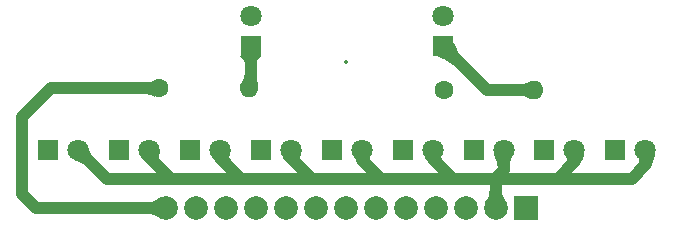
<source format=gtl>
%TF.GenerationSoftware,KiCad,Pcbnew,8.0.1*%
%TF.CreationDate,2024-08-23T15:17:34+02:00*%
%TF.ProjectId,BMW_E30_VFL_SI_Indicator_LED,424d575f-4533-4305-9f56-464c5f53495f,rev?*%
%TF.SameCoordinates,Original*%
%TF.FileFunction,Copper,L1,Top*%
%TF.FilePolarity,Positive*%
%FSLAX46Y46*%
G04 Gerber Fmt 4.6, Leading zero omitted, Abs format (unit mm)*
G04 Created by KiCad (PCBNEW 8.0.1) date 2024-08-23 15:17:34*
%MOMM*%
%LPD*%
G01*
G04 APERTURE LIST*
%TA.AperFunction,ComponentPad*%
%ADD10R,1.800000X1.800000*%
%TD*%
%TA.AperFunction,ComponentPad*%
%ADD11C,1.800000*%
%TD*%
%TA.AperFunction,ComponentPad*%
%ADD12R,2.000000X2.000000*%
%TD*%
%TA.AperFunction,ComponentPad*%
%ADD13C,2.000000*%
%TD*%
%TA.AperFunction,ComponentPad*%
%ADD14C,1.600000*%
%TD*%
%TA.AperFunction,ComponentPad*%
%ADD15O,1.600000X1.600000*%
%TD*%
%TA.AperFunction,Conductor*%
%ADD16C,1.000000*%
%TD*%
%TA.AperFunction,Conductor*%
%ADD17C,1.300000*%
%TD*%
%TA.AperFunction,Conductor*%
%ADD18C,0.600000*%
%TD*%
%ADD19C,0.350000*%
G04 APERTURE END LIST*
D10*
%TO.P,D5,1,K*%
%TO.N,Net-(D5-K)*%
X149125000Y-85500000D03*
D11*
%TO.P,D5,2,A*%
%TO.N,Net-(D1-A)*%
X151665000Y-85500000D03*
%TD*%
D10*
%TO.P,D9,1,K*%
%TO.N,Net-(D9-K)*%
X125125000Y-85500000D03*
D11*
%TO.P,D9,2,A*%
%TO.N,Net-(D1-A)*%
X127665000Y-85500000D03*
%TD*%
D10*
%TO.P,D11,1,K*%
%TO.N,Net-(D11-K)*%
X142250000Y-76650000D03*
D11*
%TO.P,D11,2,A*%
%TO.N,Net-(D10-A)*%
X142250000Y-74110000D03*
%TD*%
D10*
%TO.P,D1,1,K*%
%TO.N,Net-(D1-K)*%
X173125000Y-85500000D03*
D11*
%TO.P,D1,2,A*%
%TO.N,Net-(D1-A)*%
X175665000Y-85500000D03*
%TD*%
D10*
%TO.P,D4,1,K*%
%TO.N,Net-(D4-K)*%
X155125000Y-85500000D03*
D11*
%TO.P,D4,2,A*%
%TO.N,Net-(D1-A)*%
X157665000Y-85500000D03*
%TD*%
D10*
%TO.P,D10,1,K*%
%TO.N,Net-(D10-K)*%
X158525000Y-76675000D03*
D11*
%TO.P,D10,2,A*%
%TO.N,Net-(D10-A)*%
X158525000Y-74135000D03*
%TD*%
D10*
%TO.P,D6,1,K*%
%TO.N,Net-(D6-K)*%
X143125000Y-85500000D03*
D11*
%TO.P,D6,2,A*%
%TO.N,Net-(D1-A)*%
X145665000Y-85500000D03*
%TD*%
D10*
%TO.P,D7,1,K*%
%TO.N,Net-(D7-K)*%
X137125000Y-85500000D03*
D11*
%TO.P,D7,2,A*%
%TO.N,Net-(D1-A)*%
X139665000Y-85500000D03*
%TD*%
D10*
%TO.P,D8,1,K*%
%TO.N,Net-(D8-K)*%
X131125000Y-85500000D03*
D11*
%TO.P,D8,2,A*%
%TO.N,Net-(D1-A)*%
X133665000Y-85500000D03*
%TD*%
D10*
%TO.P,D3,1,K*%
%TO.N,Net-(D3-K)*%
X161125000Y-85500000D03*
D11*
%TO.P,D3,2,A*%
%TO.N,Net-(D1-A)*%
X163665000Y-85500000D03*
%TD*%
D12*
%TO.P,J1,1,GND_BULB*%
%TO.N,Net-(D10-A)*%
X165540000Y-90360000D03*
D13*
%TO.P,J1,2,GND_LED*%
%TO.N,Net-(D1-A)*%
X163000000Y-90360000D03*
%TO.P,J1,3,LED_R3*%
%TO.N,Net-(D1-K)*%
X160460000Y-90360000D03*
%TO.P,J1,4,LED_R2*%
%TO.N,Net-(D2-K)*%
X157920000Y-90360000D03*
%TO.P,J1,5,LED_R1*%
%TO.N,Net-(D3-K)*%
X155380000Y-90360000D03*
%TO.P,J1,6,LED_Y*%
%TO.N,Net-(D4-K)*%
X152840000Y-90360000D03*
%TO.P,J1,7,LED_G5*%
%TO.N,Net-(D5-K)*%
X150300000Y-90360000D03*
%TO.P,J1,8,LED_G4*%
%TO.N,Net-(D6-K)*%
X147760000Y-90360000D03*
%TO.P,J1,9,LED_G3*%
%TO.N,Net-(D7-K)*%
X145220000Y-90360000D03*
%TO.P,J1,10,LED_G2*%
%TO.N,Net-(D8-K)*%
X142680000Y-90360000D03*
%TO.P,J1,11,LED_G1*%
%TO.N,Net-(D9-K)*%
X140140000Y-90360000D03*
%TO.P,J1,12,BULB_INSPECTION*%
%TO.N,Net-(J1-BULB_INSPECTION)*%
X137600000Y-90360000D03*
%TO.P,J1,13,BULB_OILSERVICE*%
%TO.N,Net-(J1-BULB_OILSERVICE)*%
X135060000Y-90360000D03*
%TD*%
D10*
%TO.P,D2,1,K*%
%TO.N,Net-(D2-K)*%
X167125000Y-85500000D03*
D11*
%TO.P,D2,2,A*%
%TO.N,Net-(D1-A)*%
X169665000Y-85500000D03*
%TD*%
D14*
%TO.P,R2,1*%
%TO.N,Net-(J1-BULB_INSPECTION)*%
X158640000Y-80400000D03*
D15*
%TO.P,R2,2*%
%TO.N,Net-(D10-K)*%
X166260000Y-80400000D03*
%TD*%
D14*
%TO.P,R1,1*%
%TO.N,Net-(J1-BULB_OILSERVICE)*%
X134490000Y-80250000D03*
D15*
%TO.P,R1,2*%
%TO.N,Net-(D11-K)*%
X142110000Y-80250000D03*
%TD*%
D16*
%TO.N,Net-(D1-A)*%
X153265000Y-87902000D02*
X162917000Y-87902000D01*
D17*
X127665000Y-85500000D02*
X127665000Y-85515000D01*
D16*
X141454000Y-87902000D02*
X142470000Y-87902000D01*
X145665000Y-86144000D02*
X147423000Y-87902000D01*
X135485000Y-87902000D02*
X136501000Y-87902000D01*
X139665000Y-86113000D02*
X141454000Y-87902000D01*
X151665000Y-86302000D02*
X153265000Y-87902000D01*
X157665000Y-86206000D02*
X159361000Y-87902000D01*
X147423000Y-87902000D02*
X148439000Y-87902000D01*
X133665000Y-86082000D02*
X135485000Y-87902000D01*
X127665000Y-85500000D02*
X130067000Y-87902000D01*
X133665000Y-85500000D02*
X133665000Y-86082000D01*
X163665000Y-85500000D02*
X163665000Y-87154000D01*
D17*
X145665000Y-85500000D02*
X145665000Y-85515000D01*
D16*
X175665000Y-86772792D02*
X174535792Y-87902000D01*
D17*
X139665000Y-85500000D02*
X139720000Y-85500000D01*
D16*
X151665000Y-85500000D02*
X151665000Y-86302000D01*
D17*
X151665000Y-85500000D02*
X151665000Y-85515000D01*
D16*
X139665000Y-85500000D02*
X139665000Y-86113000D01*
X136501000Y-87902000D02*
X142470000Y-87902000D01*
X163665000Y-87154000D02*
X162917000Y-87902000D01*
X130067000Y-87902000D02*
X136501000Y-87902000D01*
X157665000Y-85500000D02*
X157665000Y-86206000D01*
X163000000Y-87985000D02*
X163000000Y-90360000D01*
X174535792Y-87902000D02*
X168251000Y-87902000D01*
X175665000Y-85500000D02*
X175665000Y-86772792D01*
D17*
X133665000Y-85500000D02*
X133665000Y-85765000D01*
D16*
X169665000Y-85500000D02*
X169665000Y-86488000D01*
X142470000Y-87902000D02*
X148439000Y-87902000D01*
X148439000Y-87902000D02*
X153265000Y-87902000D01*
X145665000Y-85500000D02*
X145665000Y-86144000D01*
X168251000Y-87902000D02*
X162917000Y-87902000D01*
X162917000Y-87902000D02*
X163000000Y-87985000D01*
X169665000Y-86488000D02*
X168251000Y-87902000D01*
%TO.N,Net-(J1-BULB_OILSERVICE)*%
X124100000Y-90360000D02*
X135060000Y-90360000D01*
X134490000Y-80250000D02*
X125350000Y-80250000D01*
X125350000Y-80250000D02*
X122900000Y-82700000D01*
X122900000Y-82700000D02*
X122900000Y-89160000D01*
X122900000Y-89160000D02*
X124100000Y-90360000D01*
%TO.N,Net-(D10-K)*%
X162250000Y-80400000D02*
X166260000Y-80400000D01*
X158525000Y-76675000D02*
X162250000Y-80400000D01*
D18*
%TO.N,Net-(D11-K)*%
X142250000Y-80110000D02*
X142110000Y-80250000D01*
D16*
X142250000Y-76650000D02*
X142250000Y-80110000D01*
%TD*%
%TA.AperFunction,Conductor*%
%TO.N,Net-(D11-K)*%
G36*
X142747181Y-79001275D02*
G01*
X142750591Y-79008925D01*
X142766639Y-79309840D01*
X142785707Y-79415394D01*
X142806320Y-79529493D01*
X142830703Y-79626730D01*
X142853584Y-79717974D01*
X142853749Y-79718740D01*
X142893230Y-79937282D01*
X142893399Y-79938739D01*
X142909343Y-80237692D01*
X142906362Y-80246136D01*
X142898283Y-80249998D01*
X142897675Y-80250015D01*
X142112341Y-80250997D01*
X142107837Y-80250101D01*
X141382449Y-79948654D01*
X141376124Y-79942315D01*
X141376135Y-79933360D01*
X141376459Y-79932647D01*
X141484906Y-79714204D01*
X141485570Y-79713040D01*
X141588581Y-79554237D01*
X141672716Y-79415390D01*
X141729293Y-79246711D01*
X141749107Y-79008577D01*
X141753208Y-79000617D01*
X141760767Y-78997848D01*
X142738908Y-78997848D01*
X142747181Y-79001275D01*
G37*
%TD.AperFunction*%
%TD*%
%TA.AperFunction,Conductor*%
%TO.N,Net-(D11-K)*%
G36*
X142258268Y-76657277D02*
G01*
X143140591Y-77540580D01*
X143144013Y-77548855D01*
X143140582Y-77557127D01*
X143139450Y-77558120D01*
X143070000Y-77611580D01*
X142989997Y-77692373D01*
X142909998Y-77792371D01*
X142829998Y-77911581D01*
X142753378Y-78044155D01*
X142746271Y-78049603D01*
X142743248Y-78050000D01*
X141756752Y-78050000D01*
X141748479Y-78046573D01*
X141746622Y-78044155D01*
X141670000Y-77911581D01*
X141590000Y-77792371D01*
X141510001Y-77692373D01*
X141429998Y-77611580D01*
X141360549Y-77558120D01*
X141356084Y-77550358D01*
X141358415Y-77541712D01*
X141359396Y-77540592D01*
X142241722Y-76657286D01*
X142249994Y-76653856D01*
X142258268Y-76657277D01*
G37*
%TD.AperFunction*%
%TD*%
%TA.AperFunction,Conductor*%
%TO.N,Net-(D10-K)*%
G36*
X159423623Y-76306485D02*
G01*
X159429734Y-76312336D01*
X159566412Y-76604749D01*
X159600776Y-76672437D01*
X159707842Y-76883324D01*
X159849263Y-77137883D01*
X159849270Y-77137894D01*
X159849272Y-77137898D01*
X159990670Y-77368420D01*
X159990676Y-77368429D01*
X160126618Y-77566985D01*
X160128464Y-77575748D01*
X160125237Y-77581868D01*
X159432147Y-78274958D01*
X159423874Y-78278385D01*
X159416890Y-78276071D01*
X159170441Y-78092684D01*
X158915883Y-77927263D01*
X158661324Y-77785842D01*
X158549027Y-77734042D01*
X158406769Y-77668422D01*
X158406766Y-77668421D01*
X158163640Y-77579195D01*
X158157054Y-77573127D01*
X158156687Y-77564180D01*
X158156842Y-77563782D01*
X158522438Y-76678782D01*
X158528762Y-76672446D01*
X159414668Y-76306476D01*
X159423623Y-76306485D01*
G37*
%TD.AperFunction*%
%TD*%
%TA.AperFunction,Conductor*%
%TO.N,Net-(D10-K)*%
G36*
X165958342Y-79671699D02*
G01*
X166041204Y-79871094D01*
X166259134Y-80395510D01*
X166259144Y-80404463D01*
X166259135Y-80404485D01*
X166259134Y-80404490D01*
X165958385Y-81128198D01*
X165952046Y-81134523D01*
X165943091Y-81134512D01*
X165942990Y-81134470D01*
X165722811Y-81040550D01*
X165555349Y-80972050D01*
X165555345Y-80972049D01*
X165405998Y-80928906D01*
X165405991Y-80928905D01*
X165405990Y-80928904D01*
X165405987Y-80928904D01*
X165289578Y-80914104D01*
X165229346Y-80906446D01*
X164991398Y-80900294D01*
X164983216Y-80896655D01*
X164980000Y-80888598D01*
X164980000Y-79911401D01*
X164983427Y-79903128D01*
X164991397Y-79899705D01*
X165229344Y-79893552D01*
X165405987Y-79871094D01*
X165405996Y-79871091D01*
X165405998Y-79871091D01*
X165435841Y-79862469D01*
X165555344Y-79827949D01*
X165722827Y-79759442D01*
X165942991Y-79665528D01*
X165951945Y-79665435D01*
X165958342Y-79671699D01*
G37*
%TD.AperFunction*%
%TD*%
%TA.AperFunction,Conductor*%
%TO.N,Net-(J1-BULB_OILSERVICE)*%
G36*
X134188342Y-79521699D02*
G01*
X134271204Y-79721094D01*
X134489134Y-80245510D01*
X134489144Y-80254463D01*
X134489135Y-80254485D01*
X134489134Y-80254490D01*
X134188385Y-80978198D01*
X134182046Y-80984523D01*
X134173091Y-80984512D01*
X134172990Y-80984470D01*
X133952811Y-80890550D01*
X133785349Y-80822050D01*
X133785345Y-80822049D01*
X133635998Y-80778906D01*
X133635991Y-80778905D01*
X133635990Y-80778904D01*
X133635987Y-80778904D01*
X133519578Y-80764104D01*
X133459346Y-80756446D01*
X133221398Y-80750294D01*
X133213216Y-80746655D01*
X133210000Y-80738598D01*
X133210000Y-79761401D01*
X133213427Y-79753128D01*
X133221397Y-79749705D01*
X133459344Y-79743552D01*
X133635987Y-79721094D01*
X133635996Y-79721091D01*
X133635998Y-79721091D01*
X133665841Y-79712469D01*
X133785344Y-79677949D01*
X133952827Y-79609442D01*
X134172991Y-79515528D01*
X134181945Y-79515435D01*
X134188342Y-79521699D01*
G37*
%TD.AperFunction*%
%TD*%
%TA.AperFunction,Conductor*%
%TO.N,Net-(J1-BULB_OILSERVICE)*%
G36*
X134681794Y-89446953D02*
G01*
X134682080Y-89447589D01*
X135059136Y-90355513D01*
X135059145Y-90364467D01*
X135059136Y-90364487D01*
X134682080Y-91272410D01*
X134675742Y-91278737D01*
X134666788Y-91278728D01*
X134666152Y-91278442D01*
X134407008Y-91152240D01*
X134406004Y-91151688D01*
X134217624Y-91035891D01*
X134052437Y-90943352D01*
X133852647Y-90882131D01*
X133570818Y-90860818D01*
X133562827Y-90856777D01*
X133560000Y-90849151D01*
X133560000Y-89870848D01*
X133563427Y-89862575D01*
X133570815Y-89859182D01*
X133852649Y-89837867D01*
X134052435Y-89776647D01*
X134052437Y-89776646D01*
X134217624Y-89684107D01*
X134253658Y-89661956D01*
X134406014Y-89568304D01*
X134406997Y-89567763D01*
X134666152Y-89441556D01*
X134675091Y-89441016D01*
X134681794Y-89446953D01*
G37*
%TD.AperFunction*%
%TD*%
%TA.AperFunction,Conductor*%
%TO.N,Net-(D1-A)*%
G36*
X170484225Y-85839319D02*
G01*
X170485838Y-85839989D01*
X170492164Y-85846328D01*
X170492217Y-85855129D01*
X170357172Y-86193644D01*
X170357133Y-86193740D01*
X170254697Y-86444055D01*
X170254181Y-86445151D01*
X170144949Y-86648965D01*
X170143951Y-86650519D01*
X169983772Y-86861199D01*
X169982963Y-86862152D01*
X169735491Y-87124130D01*
X169727319Y-87127791D01*
X169718952Y-87124601D01*
X169718713Y-87124369D01*
X169026785Y-86432441D01*
X169023358Y-86424168D01*
X169025214Y-86417844D01*
X169094821Y-86309495D01*
X169081334Y-86209109D01*
X169070693Y-86193740D01*
X169011840Y-86108734D01*
X169011829Y-86108719D01*
X168919071Y-85993169D01*
X168918048Y-85991670D01*
X168840129Y-85855948D01*
X168838983Y-85847070D01*
X168844452Y-85839979D01*
X168845789Y-85839321D01*
X169661221Y-85501152D01*
X169670175Y-85501149D01*
X170484225Y-85839319D01*
G37*
%TD.AperFunction*%
%TD*%
%TA.AperFunction,Conductor*%
%TO.N,Net-(D1-A)*%
G36*
X176486457Y-85840246D02*
G01*
X176492783Y-85846585D01*
X176493076Y-85854729D01*
X176378732Y-86200070D01*
X176325073Y-86472299D01*
X176325014Y-86472579D01*
X176273744Y-86702852D01*
X176272884Y-86705346D01*
X176162609Y-86936540D01*
X176161016Y-86939019D01*
X175936809Y-87206504D01*
X175928868Y-87210643D01*
X175920326Y-87207955D01*
X175919569Y-87207261D01*
X175227765Y-86515457D01*
X175224338Y-86507184D01*
X175225834Y-86501459D01*
X175299784Y-86369686D01*
X175299783Y-86369685D01*
X175299784Y-86369685D01*
X175244902Y-86260027D01*
X175244901Y-86260026D01*
X175112151Y-86153700D01*
X175111973Y-86153554D01*
X174957783Y-86024999D01*
X174955623Y-86022626D01*
X174841659Y-85856310D01*
X174839810Y-85847549D01*
X174844698Y-85840045D01*
X174846824Y-85838892D01*
X175661221Y-85501152D01*
X175670175Y-85501149D01*
X176486457Y-85840246D01*
G37*
%TD.AperFunction*%
%TD*%
%TA.AperFunction,Conductor*%
%TO.N,Net-(D1-A)*%
G36*
X163497424Y-88863427D02*
G01*
X163500818Y-88870818D01*
X163522131Y-89152647D01*
X163583352Y-89352437D01*
X163675891Y-89517624D01*
X163791688Y-89706004D01*
X163792240Y-89707008D01*
X163918442Y-89966152D01*
X163918983Y-89975091D01*
X163913046Y-89981794D01*
X163912410Y-89982080D01*
X163004487Y-90359136D01*
X162995533Y-90359145D01*
X162995513Y-90359136D01*
X162087589Y-89982080D01*
X162081262Y-89975742D01*
X162081271Y-89966788D01*
X162081557Y-89966152D01*
X162207763Y-89706997D01*
X162208304Y-89706014D01*
X162324105Y-89517627D01*
X162416647Y-89352435D01*
X162477867Y-89152649D01*
X162499182Y-88870818D01*
X162503223Y-88862826D01*
X162510849Y-88860000D01*
X163489151Y-88860000D01*
X163497424Y-88863427D01*
G37*
%TD.AperFunction*%
%TD*%
%TA.AperFunction,Conductor*%
%TO.N,Net-(D1-A)*%
G36*
X164485296Y-85839764D02*
G01*
X164491621Y-85846102D01*
X164491612Y-85855056D01*
X164491446Y-85855437D01*
X164380830Y-86097111D01*
X164380602Y-86097581D01*
X164288357Y-86277437D01*
X164288341Y-86277470D01*
X164220715Y-86436640D01*
X164220712Y-86436649D01*
X164179151Y-86626850D01*
X164179149Y-86626864D01*
X164165575Y-86888905D01*
X164161725Y-86896990D01*
X164153891Y-86900000D01*
X163176109Y-86900000D01*
X163167836Y-86896573D01*
X163164425Y-86888905D01*
X163150849Y-86626864D01*
X163150848Y-86626859D01*
X163150848Y-86626853D01*
X163109284Y-86436644D01*
X163083979Y-86377084D01*
X163041657Y-86277470D01*
X163041652Y-86277461D01*
X163041648Y-86277450D01*
X162949386Y-86097562D01*
X162949176Y-86097130D01*
X162838553Y-85855437D01*
X162838226Y-85846488D01*
X162844323Y-85839929D01*
X162844654Y-85839784D01*
X163660512Y-85500863D01*
X163669465Y-85500855D01*
X164485296Y-85839764D01*
G37*
%TD.AperFunction*%
%TD*%
%TA.AperFunction,Conductor*%
%TO.N,Net-(D1-A)*%
G36*
X128494241Y-85160221D02*
G01*
X128500567Y-85166560D01*
X128500719Y-85166947D01*
X128593389Y-85416050D01*
X128593560Y-85416543D01*
X128655517Y-85608968D01*
X128655519Y-85608973D01*
X128704071Y-85729258D01*
X128720256Y-85769357D01*
X128825364Y-85933245D01*
X128825365Y-85933246D01*
X129001063Y-86128144D01*
X129004057Y-86136583D01*
X129000646Y-86144251D01*
X128309251Y-86835646D01*
X128300978Y-86839073D01*
X128293144Y-86836063D01*
X128098245Y-86660364D01*
X127934357Y-86555256D01*
X127894258Y-86539071D01*
X127773973Y-86490519D01*
X127773968Y-86490517D01*
X127581543Y-86428560D01*
X127581050Y-86428389D01*
X127331947Y-86335719D01*
X127325387Y-86329622D01*
X127325060Y-86320674D01*
X127325196Y-86320326D01*
X127662438Y-85503783D01*
X127668761Y-85497447D01*
X128485288Y-85160212D01*
X128494241Y-85160221D01*
G37*
%TD.AperFunction*%
%TD*%
%TA.AperFunction,Conductor*%
%TO.N,Net-(D1-A)*%
G36*
X134552135Y-85499989D02*
G01*
X134560404Y-85503422D01*
X134563824Y-85511698D01*
X134563771Y-85512806D01*
X134543735Y-85721753D01*
X134543490Y-85723261D01*
X134503880Y-85895324D01*
X134482006Y-86041581D01*
X134482006Y-86041583D01*
X134514378Y-86184497D01*
X134514379Y-86184499D01*
X134631207Y-86339116D01*
X134633460Y-86347782D01*
X134630145Y-86354442D01*
X133938545Y-87046042D01*
X133930272Y-87049469D01*
X133921999Y-87046042D01*
X133921968Y-87046011D01*
X133705502Y-86827912D01*
X133705429Y-86827838D01*
X133547356Y-86665719D01*
X133547356Y-86665718D01*
X133547316Y-86665678D01*
X133411507Y-86525040D01*
X133411507Y-86525041D01*
X133253353Y-86362840D01*
X133036805Y-86144659D01*
X133033409Y-86136373D01*
X133036825Y-86128155D01*
X133660862Y-85502730D01*
X133669127Y-85499296D01*
X134552135Y-85499989D01*
G37*
%TD.AperFunction*%
%TD*%
%TA.AperFunction,Conductor*%
%TO.N,Net-(D1-A)*%
G36*
X158551508Y-85499989D02*
G01*
X158559779Y-85503422D01*
X158563199Y-85511698D01*
X158563080Y-85513354D01*
X158532475Y-85726243D01*
X158531844Y-85728699D01*
X158465634Y-85904626D01*
X158412230Y-86054750D01*
X158412229Y-86054755D01*
X158419257Y-86201350D01*
X158509622Y-86332538D01*
X158528161Y-86359454D01*
X158528393Y-86359790D01*
X158530264Y-86368547D01*
X158527031Y-86374700D01*
X157835370Y-87066361D01*
X157827097Y-87069788D01*
X157818824Y-87066361D01*
X157818549Y-87066077D01*
X157618655Y-86852191D01*
X157618064Y-86851505D01*
X157483252Y-86682002D01*
X157482987Y-86681653D01*
X157372299Y-86529481D01*
X157237069Y-86359454D01*
X157036317Y-86144649D01*
X157033173Y-86136266D01*
X157036583Y-86128399D01*
X157660862Y-85502730D01*
X157669127Y-85499296D01*
X158551508Y-85499989D01*
G37*
%TD.AperFunction*%
%TD*%
%TA.AperFunction,Conductor*%
%TO.N,Net-(D1-A)*%
G36*
X152551022Y-85499989D02*
G01*
X152559293Y-85503422D01*
X152562713Y-85511698D01*
X152562529Y-85513757D01*
X152523495Y-85731088D01*
X152522490Y-85734158D01*
X152435237Y-85912652D01*
X152435130Y-85912866D01*
X152356930Y-86064881D01*
X152344480Y-86213659D01*
X152448746Y-86375808D01*
X152450338Y-86384620D01*
X152447178Y-86390409D01*
X151755515Y-87082072D01*
X151747242Y-87085499D01*
X151738969Y-87082072D01*
X151738497Y-87081571D01*
X151550971Y-86870568D01*
X151549986Y-86869292D01*
X151433382Y-86694423D01*
X151432931Y-86693689D01*
X151342204Y-86533183D01*
X151342187Y-86533156D01*
X151224916Y-86357285D01*
X151224914Y-86357283D01*
X151224912Y-86357280D01*
X151035922Y-86144630D01*
X151032988Y-86136172D01*
X151036385Y-86128597D01*
X151660862Y-85502730D01*
X151669127Y-85499296D01*
X152551022Y-85499989D01*
G37*
%TD.AperFunction*%
%TD*%
%TA.AperFunction,Conductor*%
%TO.N,Net-(D1-A)*%
G36*
X140551980Y-85499989D02*
G01*
X140560250Y-85503422D01*
X140563670Y-85511698D01*
X140563602Y-85512945D01*
X140540957Y-85722680D01*
X140540629Y-85724441D01*
X140494439Y-85897514D01*
X140494439Y-85897515D01*
X140464742Y-86044889D01*
X140464742Y-86044890D01*
X140490757Y-86188811D01*
X140490760Y-86188817D01*
X140605510Y-86344282D01*
X140607666Y-86352973D01*
X140604370Y-86359503D01*
X139912748Y-87051125D01*
X139904475Y-87054552D01*
X139896202Y-87051125D01*
X139896111Y-87051033D01*
X139683851Y-86834039D01*
X139683659Y-86833838D01*
X139531394Y-86669850D01*
X139531282Y-86669728D01*
X139518639Y-86655720D01*
X139401659Y-86526106D01*
X139249248Y-86361961D01*
X139249241Y-86361953D01*
X139036686Y-86144658D01*
X139033351Y-86136348D01*
X139036767Y-86128214D01*
X139660862Y-85502730D01*
X139669127Y-85499296D01*
X140551980Y-85499989D01*
G37*
%TD.AperFunction*%
%TD*%
%TA.AperFunction,Conductor*%
%TO.N,Net-(D1-A)*%
G36*
X146551823Y-85499989D02*
G01*
X146560093Y-85503422D01*
X146563513Y-85511698D01*
X146563430Y-85513083D01*
X146538153Y-85723742D01*
X146537732Y-85725745D01*
X146484924Y-85899772D01*
X146484918Y-85899795D01*
X146447356Y-86048182D01*
X146467031Y-86193062D01*
X146579809Y-86349451D01*
X146581868Y-86358165D01*
X146578592Y-86364567D01*
X145886954Y-87056205D01*
X145878681Y-87059632D01*
X145870408Y-87056205D01*
X145870257Y-87056051D01*
X145662170Y-86840138D01*
X145661824Y-86839764D01*
X145515345Y-86673894D01*
X145515165Y-86673684D01*
X145391874Y-86527236D01*
X145391871Y-86527233D01*
X145391852Y-86527210D01*
X145245147Y-86361083D01*
X145245142Y-86361078D01*
X145245136Y-86361071D01*
X145083215Y-86193061D01*
X145036564Y-86144655D01*
X145033291Y-86136322D01*
X145036706Y-86128275D01*
X145660862Y-85502730D01*
X145669127Y-85499296D01*
X146551823Y-85499989D01*
G37*
%TD.AperFunction*%
%TD*%
D19*
X150300000Y-78000000D03*
X149125000Y-85500000D03*
X151665000Y-85500000D03*
X125125000Y-85500000D03*
X127665000Y-85500000D03*
X142250000Y-76650000D03*
X142250000Y-74110000D03*
X173125000Y-85500000D03*
X175665000Y-85500000D03*
X155125000Y-85500000D03*
X157665000Y-85500000D03*
X158525000Y-76675000D03*
X158525000Y-74135000D03*
X143125000Y-85500000D03*
X145665000Y-85500000D03*
X137125000Y-85500000D03*
X139665000Y-85500000D03*
X131125000Y-85500000D03*
X133665000Y-85500000D03*
X161125000Y-85500000D03*
X163665000Y-85500000D03*
X165540000Y-90360000D03*
X163000000Y-90360000D03*
X160460000Y-90360000D03*
X157920000Y-90360000D03*
X155380000Y-90360000D03*
X152840000Y-90360000D03*
X150300000Y-90360000D03*
X147760000Y-90360000D03*
X145220000Y-90360000D03*
X142680000Y-90360000D03*
X140140000Y-90360000D03*
X137600000Y-90360000D03*
X135060000Y-90360000D03*
X167125000Y-85500000D03*
X169665000Y-85500000D03*
X158640000Y-80400000D03*
X166260000Y-80400000D03*
X134490000Y-80250000D03*
X142110000Y-80250000D03*
M02*

</source>
